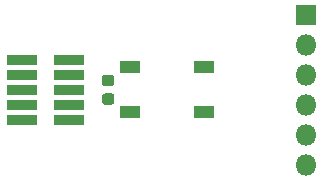
<source format=gbr>
%TF.GenerationSoftware,KiCad,Pcbnew,5.1.6-c6e7f7d~87~ubuntu18.04.1*%
%TF.CreationDate,2020-07-27T20:58:04-04:00*%
%TF.ProjectId,nucleo-stlink-adapter,6e75636c-656f-42d7-9374-6c696e6b2d61,rev?*%
%TF.SameCoordinates,Original*%
%TF.FileFunction,Soldermask,Top*%
%TF.FilePolarity,Negative*%
%FSLAX46Y46*%
G04 Gerber Fmt 4.6, Leading zero omitted, Abs format (unit mm)*
G04 Created by KiCad (PCBNEW 5.1.6-c6e7f7d~87~ubuntu18.04.1) date 2020-07-27 20:58:04*
%MOMM*%
%LPD*%
G01*
G04 APERTURE LIST*
%ADD10R,1.800000X1.100000*%
%ADD11O,1.800000X1.800000*%
%ADD12R,1.800000X1.800000*%
%ADD13R,2.500000X0.840000*%
G04 APERTURE END LIST*
D10*
%TO.C,SW1*%
X110843377Y-79353066D03*
X117143377Y-79353066D03*
X110843377Y-83153066D03*
X117143377Y-83153066D03*
%TD*%
%TO.C,R1*%
G36*
G01*
X109283519Y-80961510D02*
X108721019Y-80961510D01*
G75*
G02*
X108477269Y-80717760I0J243750D01*
G01*
X108477269Y-80230260D01*
G75*
G02*
X108721019Y-79986510I243750J0D01*
G01*
X109283519Y-79986510D01*
G75*
G02*
X109527269Y-80230260I0J-243750D01*
G01*
X109527269Y-80717760D01*
G75*
G02*
X109283519Y-80961510I-243750J0D01*
G01*
G37*
G36*
G01*
X109283519Y-82536510D02*
X108721019Y-82536510D01*
G75*
G02*
X108477269Y-82292760I0J243750D01*
G01*
X108477269Y-81805260D01*
G75*
G02*
X108721019Y-81561510I243750J0D01*
G01*
X109283519Y-81561510D01*
G75*
G02*
X109527269Y-81805260I0J-243750D01*
G01*
X109527269Y-82292760D01*
G75*
G02*
X109283519Y-82536510I-243750J0D01*
G01*
G37*
%TD*%
D11*
%TO.C,J2*%
X125730000Y-87630000D03*
X125730000Y-85090000D03*
X125730000Y-82550000D03*
X125730000Y-80010000D03*
X125730000Y-77470000D03*
D12*
X125730000Y-74930000D03*
%TD*%
D13*
%TO.C,J1*%
X105650000Y-83790000D03*
X101750000Y-83790000D03*
X105650000Y-82520000D03*
X101750000Y-82520000D03*
X105650000Y-81250000D03*
X101750000Y-81250000D03*
X105650000Y-79980000D03*
X101750000Y-79980000D03*
X105650000Y-78710000D03*
X101750000Y-78710000D03*
%TD*%
M02*

</source>
